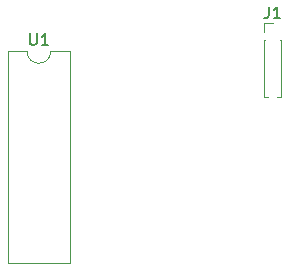
<source format=gbr>
%TF.GenerationSoftware,KiCad,Pcbnew,(6.0.8)*%
%TF.CreationDate,2022-11-15T14:54:45+01:00*%
%TF.ProjectId,Controller,436f6e74-726f-46c6-9c65-722e6b696361,rev?*%
%TF.SameCoordinates,Original*%
%TF.FileFunction,Legend,Top*%
%TF.FilePolarity,Positive*%
%FSLAX46Y46*%
G04 Gerber Fmt 4.6, Leading zero omitted, Abs format (unit mm)*
G04 Created by KiCad (PCBNEW (6.0.8)) date 2022-11-15 14:54:45*
%MOMM*%
%LPD*%
G01*
G04 APERTURE LIST*
%ADD10C,0.150000*%
%ADD11C,0.120000*%
G04 APERTURE END LIST*
D10*
%TO.C,J1*%
X146986666Y-99572380D02*
X146986666Y-100286666D01*
X146939047Y-100429523D01*
X146843809Y-100524761D01*
X146700952Y-100572380D01*
X146605714Y-100572380D01*
X147986666Y-100572380D02*
X147415238Y-100572380D01*
X147700952Y-100572380D02*
X147700952Y-99572380D01*
X147605714Y-99715238D01*
X147510476Y-99810476D01*
X147415238Y-99858095D01*
%TO.C,U1*%
X126768095Y-101812380D02*
X126768095Y-102621904D01*
X126815714Y-102717142D01*
X126863333Y-102764761D01*
X126958571Y-102812380D01*
X127149047Y-102812380D01*
X127244285Y-102764761D01*
X127291904Y-102717142D01*
X127339523Y-102621904D01*
X127339523Y-101812380D01*
X128339523Y-102812380D02*
X127768095Y-102812380D01*
X128053809Y-102812380D02*
X128053809Y-101812380D01*
X127958571Y-101955238D01*
X127863333Y-102050476D01*
X127768095Y-102098095D01*
D11*
%TO.C,J1*%
X147714493Y-107240000D02*
X148015000Y-107240000D01*
X146625000Y-102365000D02*
X146711724Y-102365000D01*
X146625000Y-100995000D02*
X147320000Y-100995000D01*
X146625000Y-102365000D02*
X146625000Y-107240000D01*
X147928276Y-102365000D02*
X148015000Y-102365000D01*
X148015000Y-102365000D02*
X148015000Y-107240000D01*
X146625000Y-101680000D02*
X146625000Y-100995000D01*
X146625000Y-107240000D02*
X146925507Y-107240000D01*
%TO.C,U1*%
X126530000Y-103360000D02*
X124880000Y-103360000D01*
X124880000Y-121260000D02*
X130180000Y-121260000D01*
X130180000Y-121260000D02*
X130180000Y-103360000D01*
X130180000Y-103360000D02*
X128530000Y-103360000D01*
X124880000Y-103360000D02*
X124880000Y-121260000D01*
X126530000Y-103360000D02*
G75*
G03*
X128530000Y-103360000I1000000J0D01*
G01*
%TD*%
M02*

</source>
